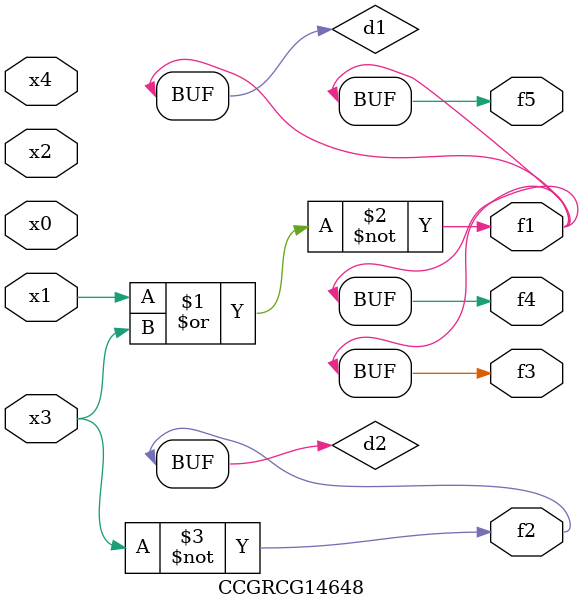
<source format=v>
module CCGRCG14648(
	input x0, x1, x2, x3, x4,
	output f1, f2, f3, f4, f5
);

	wire d1, d2;

	nor (d1, x1, x3);
	not (d2, x3);
	assign f1 = d1;
	assign f2 = d2;
	assign f3 = d1;
	assign f4 = d1;
	assign f5 = d1;
endmodule

</source>
